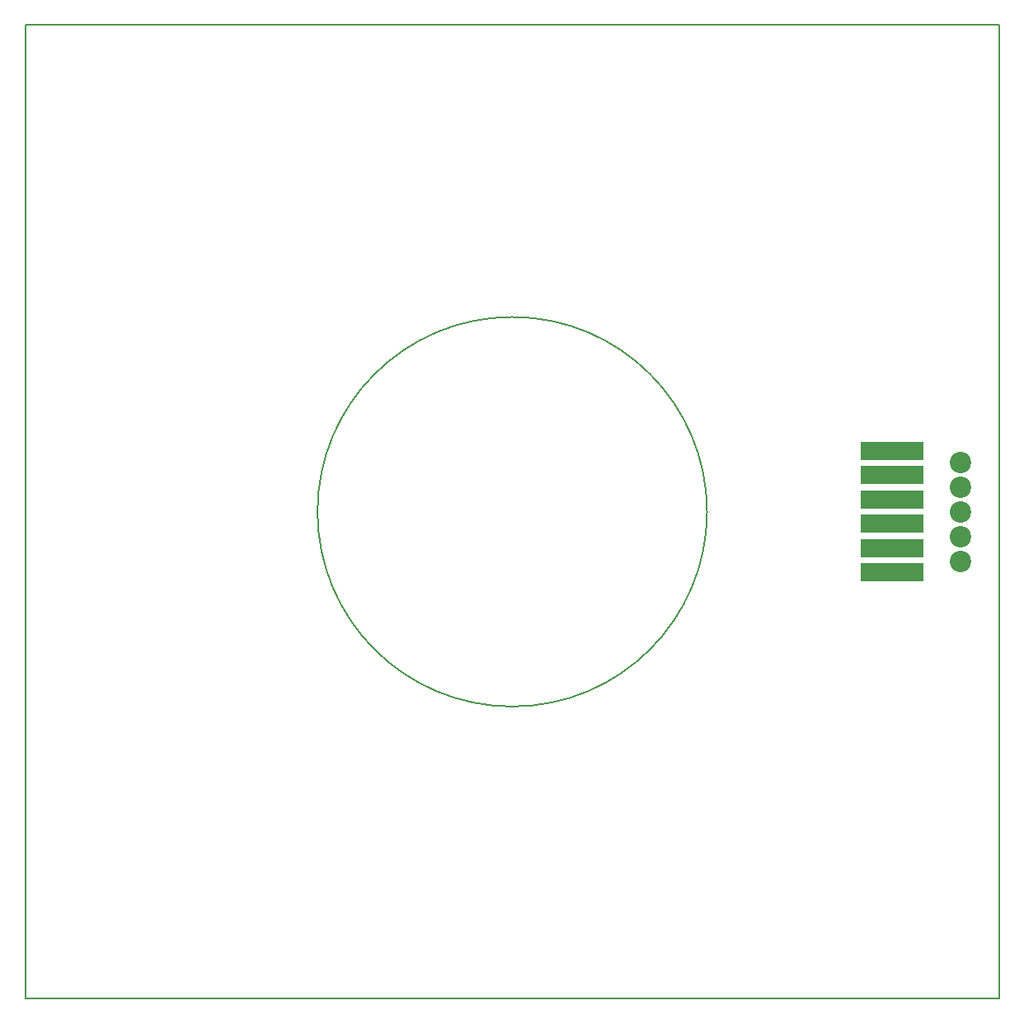
<source format=gbr>
G04 #@! TF.GenerationSoftware,KiCad,Pcbnew,6.0.0-rc1-unknown-1a22918~65~ubuntu16.04.1*
G04 #@! TF.CreationDate,2019-08-07T16:55:44+03:00*
G04 #@! TF.ProjectId,ModelBasePCB,4D6F64656C426173655043422E6B6963,rev?*
G04 #@! TF.SameCoordinates,Original*
G04 #@! TF.FileFunction,Soldermask,Top*
G04 #@! TF.FilePolarity,Negative*
%FSLAX46Y46*%
G04 Gerber Fmt 4.6, Leading zero omitted, Abs format (unit mm)*
G04 Created by KiCad (PCBNEW 6.0.0-rc1-unknown-1a22918~65~ubuntu16.04.1) date Wed Aug  7 16:55:44 2019*
%MOMM*%
%LPD*%
G01*
G04 APERTURE LIST*
%ADD10C,0.200000*%
%ADD11R,6.400000X1.900000*%
%ADD12C,2.200000*%
G04 APERTURE END LIST*
D10*
X120000000Y-80000000D02*
G75*
G03X120000000Y-80000000I-20000000J0D01*
G01*
X50000000Y-130000000D02*
X50000000Y-30000000D01*
X150000000Y-130000000D02*
X50000000Y-130000000D01*
X150000000Y-30000000D02*
X150000000Y-130000000D01*
X50000000Y-30000000D02*
X150000000Y-30000000D01*
D11*
G04 #@! TO.C,J1*
X139000000Y-73750000D03*
X139000000Y-76250000D03*
X139000000Y-78750000D03*
X139000000Y-81250000D03*
X139000000Y-83750000D03*
X139000000Y-86250000D03*
G04 #@! TD*
D12*
G04 #@! TO.C,J2*
X146000000Y-85080000D03*
X146000000Y-82540000D03*
X146000000Y-80000000D03*
X146000000Y-77460000D03*
X146000000Y-74920000D03*
G04 #@! TD*
M02*

</source>
